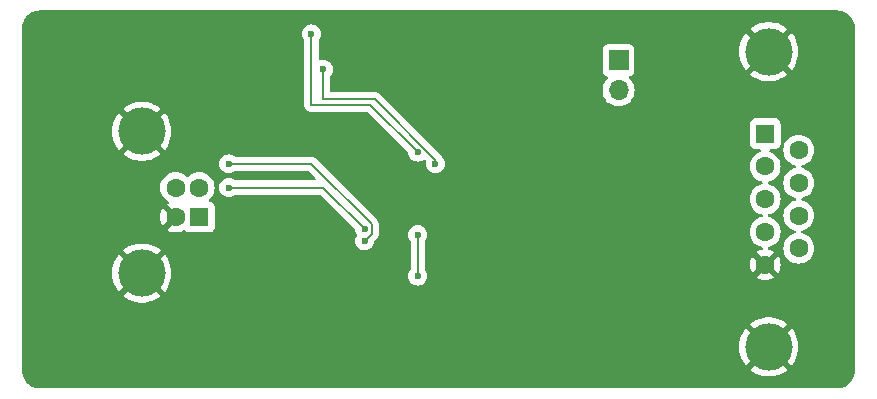
<source format=gbr>
%TF.GenerationSoftware,KiCad,Pcbnew,8.0.0*%
%TF.CreationDate,2024-03-20T19:58:24+09:00*%
%TF.ProjectId,USB-to-RS485-Converter-Small,5553422d-746f-42d5-9253-3438352d436f,1.0*%
%TF.SameCoordinates,Original*%
%TF.FileFunction,Copper,L4,Bot*%
%TF.FilePolarity,Positive*%
%FSLAX46Y46*%
G04 Gerber Fmt 4.6, Leading zero omitted, Abs format (unit mm)*
G04 Created by KiCad (PCBNEW 8.0.0) date 2024-03-20 19:58:24*
%MOMM*%
%LPD*%
G01*
G04 APERTURE LIST*
%TA.AperFunction,ComponentPad*%
%ADD10R,1.600000X1.600000*%
%TD*%
%TA.AperFunction,ComponentPad*%
%ADD11C,1.600000*%
%TD*%
%TA.AperFunction,ComponentPad*%
%ADD12C,4.000000*%
%TD*%
%TA.AperFunction,ComponentPad*%
%ADD13R,1.700000X1.700000*%
%TD*%
%TA.AperFunction,ComponentPad*%
%ADD14O,1.700000X1.700000*%
%TD*%
%TA.AperFunction,ViaPad*%
%ADD15C,0.600000*%
%TD*%
%TA.AperFunction,Conductor*%
%ADD16C,0.200000*%
%TD*%
G04 APERTURE END LIST*
D10*
%TO.P,J2,1,VBUS*%
%TO.N,/VCC*%
X124187500Y-102087500D03*
D11*
%TO.P,J2,2,D-*%
%TO.N,Net-(J2-D-)*%
X124187500Y-99587500D03*
%TO.P,J2,3,D+*%
%TO.N,Net-(J2-D+)*%
X122187500Y-99587500D03*
%TO.P,J2,4,GND*%
%TO.N,/GND*%
X122187500Y-102087500D03*
D12*
%TO.P,J2,5,Shield*%
X119327500Y-106837500D03*
X119327500Y-94837500D03*
%TD*%
D13*
%TO.P,J1,1,Pin_1*%
%TO.N,Net-(J1-Pin_1)*%
X159687500Y-88812500D03*
D14*
%TO.P,J1,2,Pin_2*%
%TO.N,Net-(J1-Pin_2)*%
X159687500Y-91352500D03*
%TD*%
D12*
%TO.P,J3,0,PAD*%
%TO.N,/GND*%
X172407169Y-113077500D03*
X172407169Y-88077500D03*
D10*
%TO.P,J3,1,1*%
%TO.N,unconnected-(J3-Pad1)*%
X172107169Y-95037500D03*
D11*
%TO.P,J3,2,2*%
%TO.N,unconnected-(J3-Pad2)*%
X172107169Y-97807500D03*
%TO.P,J3,3,3*%
%TO.N,Net-(J1-Pin_1)*%
X172107169Y-100577500D03*
%TO.P,J3,4,4*%
%TO.N,unconnected-(J3-Pad4)*%
X172107169Y-103347500D03*
%TO.P,J3,5,5*%
%TO.N,/GND*%
X172107169Y-106117500D03*
%TO.P,J3,6,6*%
%TO.N,unconnected-(J3-Pad6)*%
X174947169Y-96422500D03*
%TO.P,J3,7,7*%
%TO.N,Net-(D1-Pad1)*%
X174947169Y-99192500D03*
%TO.P,J3,8,8*%
%TO.N,unconnected-(J3-Pad8)*%
X174947169Y-101962500D03*
%TO.P,J3,9,9*%
%TO.N,unconnected-(J3-Pad9)*%
X174947169Y-104732500D03*
%TD*%
D15*
%TO.N,/GND*%
X148687500Y-96087500D03*
X162687500Y-100087500D03*
X158187500Y-93587500D03*
X138687500Y-98587500D03*
X158187500Y-95587500D03*
X144187500Y-99087500D03*
X138687500Y-99587500D03*
X158687500Y-100087500D03*
X145187500Y-99087500D03*
X158187500Y-94587500D03*
X158687500Y-101087500D03*
X162687500Y-101087500D03*
X148687500Y-97087500D03*
%TO.N,Net-(U1-3V3OUT)*%
X142687500Y-103587500D03*
X142687500Y-107087500D03*
%TO.N,{slash}TXLED*%
X142687500Y-96587500D03*
X133687500Y-86587500D03*
%TO.N,{slash}RXLED*%
X144187500Y-97587500D03*
X134687500Y-89587500D03*
%TO.N,Net-(J2-D+)*%
X126687500Y-97587500D03*
X138187500Y-104087500D03*
%TO.N,Net-(J2-D-)*%
X138187500Y-103087500D03*
X126687500Y-99587500D03*
%TD*%
D16*
%TO.N,Net-(U1-3V3OUT)*%
X142687500Y-103587500D02*
X142687500Y-107087500D01*
%TO.N,{slash}TXLED*%
X133687500Y-92587500D02*
X133687500Y-86587500D01*
X138687500Y-92587500D02*
X133687500Y-92587500D01*
X142687500Y-96587500D02*
X138687500Y-92587500D01*
%TO.N,{slash}RXLED*%
X134687500Y-92087500D02*
X134687500Y-91587500D01*
X139036029Y-92087500D02*
X134687500Y-92087500D01*
X144187500Y-97587500D02*
X144187500Y-97238971D01*
X144187500Y-97238971D02*
X139036029Y-92087500D01*
X134687500Y-91587500D02*
X134687500Y-89587500D01*
%TO.N,Net-(J2-D+)*%
X138187500Y-104087500D02*
X138787500Y-103487500D01*
X138787500Y-103487500D02*
X138787500Y-102687500D01*
X138787500Y-102687500D02*
X133687500Y-97587500D01*
X133687500Y-97587500D02*
X126687500Y-97587500D01*
%TO.N,Net-(J2-D-)*%
X138187500Y-103087500D02*
X134687500Y-99587500D01*
X134687500Y-99587500D02*
X126687500Y-99587500D01*
%TD*%
%TA.AperFunction,Conductor*%
%TO.N,/GND*%
G36*
X178191918Y-84588316D02*
G01*
X178392061Y-84602630D01*
X178409563Y-84605147D01*
X178601297Y-84646855D01*
X178618255Y-84651834D01*
X178802109Y-84720409D01*
X178818201Y-84727759D01*
X178990404Y-84821788D01*
X179005284Y-84831349D01*
X179162367Y-84948941D01*
X179175737Y-84960527D01*
X179314472Y-85099262D01*
X179326058Y-85112632D01*
X179443646Y-85269710D01*
X179453211Y-85284595D01*
X179547240Y-85456798D01*
X179554590Y-85472890D01*
X179623162Y-85656736D01*
X179628146Y-85673712D01*
X179669851Y-85865431D01*
X179672369Y-85882942D01*
X179686684Y-86083080D01*
X179687000Y-86091927D01*
X179687000Y-115083072D01*
X179686684Y-115091919D01*
X179672369Y-115292057D01*
X179669851Y-115309568D01*
X179628146Y-115501287D01*
X179623162Y-115518263D01*
X179554590Y-115702109D01*
X179547240Y-115718201D01*
X179453211Y-115890404D01*
X179443646Y-115905289D01*
X179326058Y-116062367D01*
X179314472Y-116075737D01*
X179175737Y-116214472D01*
X179162367Y-116226058D01*
X179005289Y-116343646D01*
X178990404Y-116353211D01*
X178818201Y-116447240D01*
X178802109Y-116454590D01*
X178618263Y-116523162D01*
X178601287Y-116528146D01*
X178409568Y-116569851D01*
X178392057Y-116572369D01*
X178211279Y-116585299D01*
X178191917Y-116586684D01*
X178183072Y-116587000D01*
X110691928Y-116587000D01*
X110683082Y-116586684D01*
X110661122Y-116585113D01*
X110482942Y-116572369D01*
X110465431Y-116569851D01*
X110273712Y-116528146D01*
X110256736Y-116523162D01*
X110072890Y-116454590D01*
X110056798Y-116447240D01*
X109884595Y-116353211D01*
X109869710Y-116343646D01*
X109712632Y-116226058D01*
X109699262Y-116214472D01*
X109560527Y-116075737D01*
X109548941Y-116062367D01*
X109431349Y-115905284D01*
X109421788Y-115890404D01*
X109327759Y-115718201D01*
X109320409Y-115702109D01*
X109273932Y-115577500D01*
X109251834Y-115518255D01*
X109246855Y-115501297D01*
X109205147Y-115309563D01*
X109202630Y-115292056D01*
X109195509Y-115192496D01*
X109188316Y-115091918D01*
X109188000Y-115083072D01*
X109188000Y-113077505D01*
X169902226Y-113077505D01*
X169921976Y-113391442D01*
X169921977Y-113391449D01*
X169980924Y-113700458D01*
X170078132Y-113999632D01*
X170078134Y-113999637D01*
X170212069Y-114284261D01*
X170212072Y-114284267D01*
X170380626Y-114549867D01*
X170380629Y-114549871D01*
X170471455Y-114659660D01*
X171112917Y-114018198D01*
X171186757Y-114119830D01*
X171364839Y-114297912D01*
X171466469Y-114371750D01*
X170822140Y-115016079D01*
X170822141Y-115016081D01*
X171064941Y-115192485D01*
X171064959Y-115192496D01*
X171340616Y-115344040D01*
X171340624Y-115344044D01*
X171633095Y-115459840D01*
X171937789Y-115538073D01*
X171937798Y-115538075D01*
X172249870Y-115577499D01*
X172249884Y-115577500D01*
X172564454Y-115577500D01*
X172564467Y-115577499D01*
X172876539Y-115538075D01*
X172876548Y-115538073D01*
X173181242Y-115459840D01*
X173473713Y-115344044D01*
X173473721Y-115344040D01*
X173749378Y-115192496D01*
X173749388Y-115192490D01*
X173992195Y-115016079D01*
X173992196Y-115016079D01*
X173347867Y-114371751D01*
X173449499Y-114297912D01*
X173627581Y-114119830D01*
X173701420Y-114018199D01*
X174342881Y-114659660D01*
X174433713Y-114549864D01*
X174602265Y-114284267D01*
X174602268Y-114284261D01*
X174736203Y-113999637D01*
X174736205Y-113999632D01*
X174833413Y-113700458D01*
X174892360Y-113391449D01*
X174892361Y-113391442D01*
X174912112Y-113077505D01*
X174912112Y-113077494D01*
X174892361Y-112763557D01*
X174892360Y-112763550D01*
X174833413Y-112454541D01*
X174736205Y-112155367D01*
X174736203Y-112155362D01*
X174602268Y-111870738D01*
X174602265Y-111870732D01*
X174433711Y-111605132D01*
X174433708Y-111605128D01*
X174342881Y-111495338D01*
X173701419Y-112136800D01*
X173627581Y-112035170D01*
X173449499Y-111857088D01*
X173347867Y-111783248D01*
X173992196Y-111138919D01*
X173992195Y-111138917D01*
X173749396Y-110962514D01*
X173749378Y-110962503D01*
X173473721Y-110810959D01*
X173473713Y-110810955D01*
X173181242Y-110695159D01*
X172876548Y-110616926D01*
X172876539Y-110616924D01*
X172564467Y-110577500D01*
X172249870Y-110577500D01*
X171937798Y-110616924D01*
X171937789Y-110616926D01*
X171633095Y-110695159D01*
X171340624Y-110810955D01*
X171340616Y-110810959D01*
X171064956Y-110962504D01*
X171064951Y-110962507D01*
X170822141Y-111138918D01*
X170822140Y-111138919D01*
X171466470Y-111783248D01*
X171364839Y-111857088D01*
X171186757Y-112035170D01*
X171112917Y-112136800D01*
X170471455Y-111495338D01*
X170471454Y-111495338D01*
X170380628Y-111605129D01*
X170380626Y-111605132D01*
X170212072Y-111870732D01*
X170212069Y-111870738D01*
X170078134Y-112155362D01*
X170078132Y-112155367D01*
X169980924Y-112454541D01*
X169921977Y-112763550D01*
X169921976Y-112763557D01*
X169902226Y-113077494D01*
X169902226Y-113077505D01*
X109188000Y-113077505D01*
X109188000Y-106837505D01*
X116822557Y-106837505D01*
X116842307Y-107151442D01*
X116842308Y-107151449D01*
X116901255Y-107460458D01*
X116998463Y-107759632D01*
X116998465Y-107759637D01*
X117132400Y-108044261D01*
X117132403Y-108044267D01*
X117300957Y-108309867D01*
X117300960Y-108309871D01*
X117391786Y-108419660D01*
X118355413Y-107456033D01*
X118450329Y-107586675D01*
X118578325Y-107714671D01*
X118708965Y-107809586D01*
X117742471Y-108776079D01*
X117742472Y-108776081D01*
X117985272Y-108952485D01*
X117985290Y-108952496D01*
X118260947Y-109104040D01*
X118260955Y-109104044D01*
X118553426Y-109219840D01*
X118858120Y-109298073D01*
X118858129Y-109298075D01*
X119170201Y-109337499D01*
X119170215Y-109337500D01*
X119484785Y-109337500D01*
X119484798Y-109337499D01*
X119796870Y-109298075D01*
X119796879Y-109298073D01*
X120101573Y-109219840D01*
X120394044Y-109104044D01*
X120394052Y-109104040D01*
X120669709Y-108952496D01*
X120669719Y-108952490D01*
X120912526Y-108776079D01*
X120912527Y-108776079D01*
X119946033Y-107809586D01*
X120076675Y-107714671D01*
X120204671Y-107586675D01*
X120299586Y-107456034D01*
X121263212Y-108419660D01*
X121354044Y-108309864D01*
X121522596Y-108044267D01*
X121522599Y-108044261D01*
X121656534Y-107759637D01*
X121656536Y-107759632D01*
X121753744Y-107460458D01*
X121812691Y-107151449D01*
X121812692Y-107151442D01*
X121816715Y-107087503D01*
X141881935Y-107087503D01*
X141902130Y-107266749D01*
X141902131Y-107266754D01*
X141961711Y-107437023D01*
X142055744Y-107586675D01*
X142057684Y-107589762D01*
X142185238Y-107717316D01*
X142337978Y-107813289D01*
X142508245Y-107872868D01*
X142508250Y-107872869D01*
X142687496Y-107893065D01*
X142687500Y-107893065D01*
X142687504Y-107893065D01*
X142866749Y-107872869D01*
X142866752Y-107872868D01*
X142866755Y-107872868D01*
X143037022Y-107813289D01*
X143189762Y-107717316D01*
X143317316Y-107589762D01*
X143413289Y-107437022D01*
X143472868Y-107266755D01*
X143480781Y-107196524D01*
X143493065Y-107087503D01*
X143493065Y-107087496D01*
X143472869Y-106908250D01*
X143472868Y-106908245D01*
X143448115Y-106837505D01*
X143413289Y-106737978D01*
X143317316Y-106585238D01*
X143317314Y-106585236D01*
X143317313Y-106585234D01*
X143315050Y-106582396D01*
X143314159Y-106580215D01*
X143313611Y-106579342D01*
X143313764Y-106579245D01*
X143288644Y-106517709D01*
X143288000Y-106505087D01*
X143288000Y-104169912D01*
X143307685Y-104102873D01*
X143315055Y-104092597D01*
X143317310Y-104089767D01*
X143317316Y-104089762D01*
X143413289Y-103937022D01*
X143472868Y-103766755D01*
X143475396Y-103744318D01*
X143493065Y-103587503D01*
X143493065Y-103587496D01*
X143472869Y-103408250D01*
X143472868Y-103408245D01*
X143451613Y-103347501D01*
X170801701Y-103347501D01*
X170821533Y-103574186D01*
X170821535Y-103574197D01*
X170880427Y-103793988D01*
X170880430Y-103793997D01*
X170976600Y-104000232D01*
X170976601Y-104000234D01*
X171107123Y-104186641D01*
X171268027Y-104347545D01*
X171268030Y-104347547D01*
X171454435Y-104478068D01*
X171660673Y-104574239D01*
X171805271Y-104612983D01*
X171864930Y-104649348D01*
X171895460Y-104712194D01*
X171887166Y-104781570D01*
X171842681Y-104835448D01*
X171805271Y-104852533D01*
X171660849Y-104891231D01*
X171660842Y-104891234D01*
X171454685Y-104987366D01*
X171454681Y-104987368D01*
X171381695Y-105038473D01*
X171381695Y-105038474D01*
X171977759Y-105634537D01*
X171914176Y-105651575D01*
X171800162Y-105717401D01*
X171707070Y-105810493D01*
X171641244Y-105924507D01*
X171624206Y-105988089D01*
X171028143Y-105392026D01*
X171028142Y-105392026D01*
X170977037Y-105465012D01*
X170977035Y-105465016D01*
X170880903Y-105671173D01*
X170880899Y-105671182D01*
X170822029Y-105890889D01*
X170822027Y-105890900D01*
X170802203Y-106117497D01*
X170802203Y-106117502D01*
X170822027Y-106344099D01*
X170822029Y-106344110D01*
X170880899Y-106563817D01*
X170880904Y-106563831D01*
X170977032Y-106769978D01*
X171028143Y-106842972D01*
X171624206Y-106246909D01*
X171641244Y-106310493D01*
X171707070Y-106424507D01*
X171800162Y-106517599D01*
X171914176Y-106583425D01*
X171977759Y-106600462D01*
X171381695Y-107196525D01*
X171454682Y-107247632D01*
X171454690Y-107247636D01*
X171660837Y-107343764D01*
X171660851Y-107343769D01*
X171880558Y-107402639D01*
X171880569Y-107402641D01*
X172107167Y-107422466D01*
X172107171Y-107422466D01*
X172333768Y-107402641D01*
X172333779Y-107402639D01*
X172553486Y-107343769D01*
X172553500Y-107343764D01*
X172759647Y-107247636D01*
X172832640Y-107196524D01*
X172236578Y-106600462D01*
X172300162Y-106583425D01*
X172414176Y-106517599D01*
X172507268Y-106424507D01*
X172573094Y-106310493D01*
X172590131Y-106246909D01*
X173186193Y-106842971D01*
X173237305Y-106769978D01*
X173333433Y-106563831D01*
X173333438Y-106563817D01*
X173392308Y-106344110D01*
X173392310Y-106344099D01*
X173412135Y-106117502D01*
X173412135Y-106117497D01*
X173392310Y-105890900D01*
X173392308Y-105890889D01*
X173333438Y-105671182D01*
X173333433Y-105671168D01*
X173237305Y-105465021D01*
X173237301Y-105465013D01*
X173186194Y-105392026D01*
X172590131Y-105988089D01*
X172573094Y-105924507D01*
X172507268Y-105810493D01*
X172414176Y-105717401D01*
X172300162Y-105651575D01*
X172236579Y-105634537D01*
X172832641Y-105038474D01*
X172759647Y-104987363D01*
X172553500Y-104891235D01*
X172553488Y-104891231D01*
X172409066Y-104852533D01*
X172349406Y-104816168D01*
X172318877Y-104753321D01*
X172321366Y-104732501D01*
X173641701Y-104732501D01*
X173661533Y-104959186D01*
X173661535Y-104959197D01*
X173720427Y-105178988D01*
X173720430Y-105178997D01*
X173816600Y-105385232D01*
X173816601Y-105385234D01*
X173947123Y-105571641D01*
X174108027Y-105732545D01*
X174108030Y-105732547D01*
X174294435Y-105863068D01*
X174500673Y-105959239D01*
X174720477Y-106018135D01*
X174882399Y-106032301D01*
X174947167Y-106037968D01*
X174947169Y-106037968D01*
X174947171Y-106037968D01*
X175003842Y-106033009D01*
X175173861Y-106018135D01*
X175393665Y-105959239D01*
X175599903Y-105863068D01*
X175786308Y-105732547D01*
X175947216Y-105571639D01*
X176077737Y-105385234D01*
X176173908Y-105178996D01*
X176232804Y-104959192D01*
X176252637Y-104732500D01*
X176251762Y-104722504D01*
X176243675Y-104630067D01*
X176232804Y-104505808D01*
X176173908Y-104286004D01*
X176077737Y-104079766D01*
X175947216Y-103893361D01*
X175947214Y-103893358D01*
X175786310Y-103732454D01*
X175599903Y-103601932D01*
X175599901Y-103601931D01*
X175393666Y-103505761D01*
X175393657Y-103505758D01*
X175271135Y-103472929D01*
X175250031Y-103467274D01*
X175190371Y-103430910D01*
X175159842Y-103368063D01*
X175168137Y-103298688D01*
X175212622Y-103244810D01*
X175250031Y-103227725D01*
X175393665Y-103189239D01*
X175599903Y-103093068D01*
X175786308Y-102962547D01*
X175947216Y-102801639D01*
X176077737Y-102615234D01*
X176173908Y-102408996D01*
X176232804Y-102189192D01*
X176252637Y-101962500D01*
X176248366Y-101913688D01*
X176232804Y-101735813D01*
X176232804Y-101735808D01*
X176173908Y-101516004D01*
X176077737Y-101309766D01*
X175947216Y-101123361D01*
X175947214Y-101123358D01*
X175786310Y-100962454D01*
X175599903Y-100831932D01*
X175599901Y-100831931D01*
X175393666Y-100735761D01*
X175393657Y-100735758D01*
X175271135Y-100702929D01*
X175250031Y-100697274D01*
X175190371Y-100660910D01*
X175159842Y-100598063D01*
X175168137Y-100528688D01*
X175212622Y-100474810D01*
X175250031Y-100457725D01*
X175393665Y-100419239D01*
X175599903Y-100323068D01*
X175786308Y-100192547D01*
X175947216Y-100031639D01*
X176077737Y-99845234D01*
X176173908Y-99638996D01*
X176232804Y-99419192D01*
X176252637Y-99192500D01*
X176248366Y-99143688D01*
X176234630Y-98986684D01*
X176232804Y-98965808D01*
X176173908Y-98746004D01*
X176077737Y-98539766D01*
X175960875Y-98372868D01*
X175947214Y-98353358D01*
X175786310Y-98192454D01*
X175599903Y-98061932D01*
X175599901Y-98061931D01*
X175393666Y-97965761D01*
X175393657Y-97965758D01*
X175271135Y-97932929D01*
X175250031Y-97927274D01*
X175190371Y-97890910D01*
X175159842Y-97828063D01*
X175168137Y-97758688D01*
X175212622Y-97704810D01*
X175250031Y-97687725D01*
X175393665Y-97649239D01*
X175599903Y-97553068D01*
X175786308Y-97422547D01*
X175947216Y-97261639D01*
X176077737Y-97075234D01*
X176173908Y-96868996D01*
X176232804Y-96649192D01*
X176252637Y-96422500D01*
X176232804Y-96195808D01*
X176173908Y-95976004D01*
X176077737Y-95769766D01*
X175980008Y-95630193D01*
X175947214Y-95583358D01*
X175786310Y-95422454D01*
X175599903Y-95291932D01*
X175599901Y-95291931D01*
X175393666Y-95195761D01*
X175393657Y-95195758D01*
X175173866Y-95136866D01*
X175173862Y-95136865D01*
X175173861Y-95136865D01*
X175173860Y-95136864D01*
X175173855Y-95136864D01*
X174947171Y-95117032D01*
X174947167Y-95117032D01*
X174720482Y-95136864D01*
X174720471Y-95136866D01*
X174500680Y-95195758D01*
X174500671Y-95195761D01*
X174294436Y-95291931D01*
X174294434Y-95291932D01*
X174108027Y-95422454D01*
X173947123Y-95583358D01*
X173816601Y-95769765D01*
X173816600Y-95769767D01*
X173720430Y-95976002D01*
X173720427Y-95976011D01*
X173661535Y-96195802D01*
X173661533Y-96195813D01*
X173641701Y-96422498D01*
X173641701Y-96422501D01*
X173661533Y-96649186D01*
X173661535Y-96649197D01*
X173720427Y-96868988D01*
X173720430Y-96868997D01*
X173816600Y-97075232D01*
X173816601Y-97075234D01*
X173947123Y-97261641D01*
X174108027Y-97422545D01*
X174108030Y-97422547D01*
X174294435Y-97553068D01*
X174500673Y-97649239D01*
X174500678Y-97649240D01*
X174500680Y-97649241D01*
X174644305Y-97687725D01*
X174703966Y-97724090D01*
X174734495Y-97786937D01*
X174726200Y-97856312D01*
X174681715Y-97910190D01*
X174644305Y-97927275D01*
X174500680Y-97965758D01*
X174500671Y-97965761D01*
X174294436Y-98061931D01*
X174294434Y-98061932D01*
X174108027Y-98192454D01*
X173947123Y-98353358D01*
X173816601Y-98539765D01*
X173816600Y-98539767D01*
X173720430Y-98746002D01*
X173720427Y-98746011D01*
X173661535Y-98965802D01*
X173661533Y-98965813D01*
X173641701Y-99192498D01*
X173641701Y-99192501D01*
X173661533Y-99419186D01*
X173661535Y-99419197D01*
X173720427Y-99638988D01*
X173720430Y-99638997D01*
X173816600Y-99845232D01*
X173816601Y-99845234D01*
X173947123Y-100031641D01*
X174108027Y-100192545D01*
X174138113Y-100213611D01*
X174294435Y-100323068D01*
X174500673Y-100419239D01*
X174500678Y-100419240D01*
X174500680Y-100419241D01*
X174644305Y-100457725D01*
X174703966Y-100494090D01*
X174734495Y-100556937D01*
X174726200Y-100626312D01*
X174681715Y-100680190D01*
X174644305Y-100697275D01*
X174500680Y-100735758D01*
X174500671Y-100735761D01*
X174294436Y-100831931D01*
X174294434Y-100831932D01*
X174108027Y-100962454D01*
X173947123Y-101123358D01*
X173816601Y-101309765D01*
X173816600Y-101309767D01*
X173720430Y-101516002D01*
X173720427Y-101516011D01*
X173661535Y-101735802D01*
X173661533Y-101735813D01*
X173641701Y-101962498D01*
X173641701Y-101962501D01*
X173661533Y-102189186D01*
X173661535Y-102189197D01*
X173720427Y-102408988D01*
X173720430Y-102408997D01*
X173816600Y-102615232D01*
X173816601Y-102615234D01*
X173947123Y-102801641D01*
X174108027Y-102962545D01*
X174108030Y-102962547D01*
X174294435Y-103093068D01*
X174500673Y-103189239D01*
X174500678Y-103189240D01*
X174500680Y-103189241D01*
X174644305Y-103227725D01*
X174703966Y-103264090D01*
X174734495Y-103326937D01*
X174726200Y-103396312D01*
X174681715Y-103450190D01*
X174644305Y-103467275D01*
X174500680Y-103505758D01*
X174500671Y-103505761D01*
X174294436Y-103601931D01*
X174294434Y-103601932D01*
X174108027Y-103732454D01*
X173947123Y-103893358D01*
X173816601Y-104079765D01*
X173816600Y-104079767D01*
X173720430Y-104286002D01*
X173720427Y-104286011D01*
X173661535Y-104505802D01*
X173661533Y-104505813D01*
X173641701Y-104732498D01*
X173641701Y-104732501D01*
X172321366Y-104732501D01*
X172327172Y-104683945D01*
X172371657Y-104630067D01*
X172409063Y-104612984D01*
X172553665Y-104574239D01*
X172759903Y-104478068D01*
X172946308Y-104347547D01*
X173107216Y-104186639D01*
X173237737Y-104000234D01*
X173333908Y-103793996D01*
X173392804Y-103574192D01*
X173412637Y-103347500D01*
X173411219Y-103331297D01*
X173403944Y-103248135D01*
X173392804Y-103120808D01*
X173333908Y-102901004D01*
X173237737Y-102694766D01*
X173107216Y-102508361D01*
X173107214Y-102508358D01*
X172946310Y-102347454D01*
X172759903Y-102216932D01*
X172759901Y-102216931D01*
X172553666Y-102120761D01*
X172553657Y-102120758D01*
X172429521Y-102087497D01*
X172410031Y-102082274D01*
X172350371Y-102045910D01*
X172319842Y-101983063D01*
X172328137Y-101913688D01*
X172372622Y-101859810D01*
X172410031Y-101842725D01*
X172553665Y-101804239D01*
X172759903Y-101708068D01*
X172946308Y-101577547D01*
X173107216Y-101416639D01*
X173237737Y-101230234D01*
X173333908Y-101023996D01*
X173392804Y-100804192D01*
X173412637Y-100577500D01*
X173408366Y-100528688D01*
X173399442Y-100426686D01*
X173392804Y-100350808D01*
X173333908Y-100131004D01*
X173237737Y-99924766D01*
X173107216Y-99738361D01*
X173107214Y-99738358D01*
X172946310Y-99577454D01*
X172759903Y-99446932D01*
X172759901Y-99446931D01*
X172553666Y-99350761D01*
X172553657Y-99350758D01*
X172431135Y-99317929D01*
X172410031Y-99312274D01*
X172350371Y-99275910D01*
X172319842Y-99213063D01*
X172328137Y-99143688D01*
X172372622Y-99089810D01*
X172410031Y-99072725D01*
X172553665Y-99034239D01*
X172759903Y-98938068D01*
X172946308Y-98807547D01*
X173107216Y-98646639D01*
X173237737Y-98460234D01*
X173333908Y-98253996D01*
X173392804Y-98034192D01*
X173412637Y-97807500D01*
X173408366Y-97758688D01*
X173398791Y-97649238D01*
X173392804Y-97580808D01*
X173333908Y-97361004D01*
X173237737Y-97154766D01*
X173107216Y-96968361D01*
X173107214Y-96968358D01*
X172946310Y-96807454D01*
X172759903Y-96676932D01*
X172759901Y-96676931D01*
X172553666Y-96580761D01*
X172548571Y-96578907D01*
X172549328Y-96576825D01*
X172497786Y-96545408D01*
X172467257Y-96482561D01*
X172475552Y-96413186D01*
X172520038Y-96359308D01*
X172586590Y-96338034D01*
X172589521Y-96337999D01*
X172955041Y-96337999D01*
X173014652Y-96331591D01*
X173149500Y-96281296D01*
X173264715Y-96195046D01*
X173350965Y-96079831D01*
X173401260Y-95944983D01*
X173407669Y-95885373D01*
X173407668Y-94189628D01*
X173401260Y-94130017D01*
X173350965Y-93995169D01*
X173350964Y-93995168D01*
X173350962Y-93995164D01*
X173264716Y-93879955D01*
X173264713Y-93879952D01*
X173149504Y-93793706D01*
X173149497Y-93793702D01*
X173014651Y-93743408D01*
X173014652Y-93743408D01*
X172955052Y-93737001D01*
X172955050Y-93737000D01*
X172955042Y-93737000D01*
X172955033Y-93737000D01*
X171259298Y-93737000D01*
X171259292Y-93737001D01*
X171199685Y-93743408D01*
X171064840Y-93793702D01*
X171064833Y-93793706D01*
X170949624Y-93879952D01*
X170949621Y-93879955D01*
X170863375Y-93995164D01*
X170863371Y-93995171D01*
X170813077Y-94130017D01*
X170806670Y-94189616D01*
X170806670Y-94189623D01*
X170806669Y-94189635D01*
X170806669Y-95885370D01*
X170806670Y-95885376D01*
X170813077Y-95944983D01*
X170863371Y-96079828D01*
X170863375Y-96079835D01*
X170949621Y-96195044D01*
X170949624Y-96195047D01*
X171064833Y-96281293D01*
X171064840Y-96281297D01*
X171199686Y-96331591D01*
X171199685Y-96331591D01*
X171206613Y-96332335D01*
X171259296Y-96338000D01*
X171624797Y-96337999D01*
X171691834Y-96357683D01*
X171737589Y-96410487D01*
X171747533Y-96479646D01*
X171718508Y-96543201D01*
X171665232Y-96577439D01*
X171665767Y-96578907D01*
X171660671Y-96580761D01*
X171454436Y-96676931D01*
X171454434Y-96676932D01*
X171268027Y-96807454D01*
X171107123Y-96968358D01*
X170976601Y-97154765D01*
X170976600Y-97154767D01*
X170880430Y-97361002D01*
X170880427Y-97361011D01*
X170821535Y-97580802D01*
X170821533Y-97580813D01*
X170801701Y-97807498D01*
X170801701Y-97807501D01*
X170821533Y-98034186D01*
X170821535Y-98034197D01*
X170880427Y-98253988D01*
X170880430Y-98253997D01*
X170976600Y-98460232D01*
X170976601Y-98460234D01*
X171107123Y-98646641D01*
X171268027Y-98807545D01*
X171268030Y-98807547D01*
X171454435Y-98938068D01*
X171660673Y-99034239D01*
X171660678Y-99034240D01*
X171660680Y-99034241D01*
X171804305Y-99072725D01*
X171863966Y-99109090D01*
X171894495Y-99171937D01*
X171886200Y-99241312D01*
X171841715Y-99295190D01*
X171804305Y-99312275D01*
X171660680Y-99350758D01*
X171660671Y-99350761D01*
X171454436Y-99446931D01*
X171454434Y-99446932D01*
X171268027Y-99577454D01*
X171107123Y-99738358D01*
X170976601Y-99924765D01*
X170976600Y-99924767D01*
X170880430Y-100131002D01*
X170880427Y-100131011D01*
X170821535Y-100350802D01*
X170821533Y-100350813D01*
X170801701Y-100577498D01*
X170801701Y-100577501D01*
X170821533Y-100804186D01*
X170821535Y-100804197D01*
X170880427Y-101023988D01*
X170880430Y-101023997D01*
X170976600Y-101230232D01*
X170976601Y-101230234D01*
X171107123Y-101416641D01*
X171268027Y-101577545D01*
X171268030Y-101577547D01*
X171454435Y-101708068D01*
X171660673Y-101804239D01*
X171660678Y-101804240D01*
X171660680Y-101804241D01*
X171804305Y-101842725D01*
X171863966Y-101879090D01*
X171894495Y-101941937D01*
X171886200Y-102011312D01*
X171841715Y-102065190D01*
X171804305Y-102082275D01*
X171660680Y-102120758D01*
X171660671Y-102120761D01*
X171454436Y-102216931D01*
X171454434Y-102216932D01*
X171268027Y-102347454D01*
X171107123Y-102508358D01*
X170976601Y-102694765D01*
X170976600Y-102694767D01*
X170880430Y-102901002D01*
X170880427Y-102901011D01*
X170821535Y-103120802D01*
X170821533Y-103120813D01*
X170801701Y-103347498D01*
X170801701Y-103347501D01*
X143451613Y-103347501D01*
X143423783Y-103267968D01*
X143413289Y-103237978D01*
X143382665Y-103189241D01*
X143345338Y-103129835D01*
X143317316Y-103085238D01*
X143189762Y-102957684D01*
X143154270Y-102935383D01*
X143037023Y-102861711D01*
X142866754Y-102802131D01*
X142866749Y-102802130D01*
X142687504Y-102781935D01*
X142687496Y-102781935D01*
X142508250Y-102802130D01*
X142508245Y-102802131D01*
X142337976Y-102861711D01*
X142185237Y-102957684D01*
X142057684Y-103085237D01*
X141961711Y-103237976D01*
X141902131Y-103408245D01*
X141902130Y-103408250D01*
X141881935Y-103587496D01*
X141881935Y-103587503D01*
X141902130Y-103766749D01*
X141902131Y-103766754D01*
X141961711Y-103937023D01*
X142001430Y-104000234D01*
X142056260Y-104087496D01*
X142057685Y-104089763D01*
X142059945Y-104092597D01*
X142060834Y-104094775D01*
X142061389Y-104095658D01*
X142061234Y-104095755D01*
X142086355Y-104157283D01*
X142087000Y-104169912D01*
X142087000Y-106505087D01*
X142067315Y-106572126D01*
X142059950Y-106582396D01*
X142057686Y-106585234D01*
X141961711Y-106737976D01*
X141902131Y-106908245D01*
X141902130Y-106908250D01*
X141881935Y-107087496D01*
X141881935Y-107087503D01*
X121816715Y-107087503D01*
X121832443Y-106837505D01*
X121832443Y-106837494D01*
X121812692Y-106523557D01*
X121812691Y-106523550D01*
X121753744Y-106214541D01*
X121656536Y-105915367D01*
X121656534Y-105915362D01*
X121522599Y-105630738D01*
X121522596Y-105630732D01*
X121354042Y-105365132D01*
X121354039Y-105365128D01*
X121263212Y-105255338D01*
X120299585Y-106218965D01*
X120204671Y-106088325D01*
X120076675Y-105960329D01*
X119946033Y-105865413D01*
X120912527Y-104898919D01*
X120912526Y-104898917D01*
X120669727Y-104722514D01*
X120669709Y-104722503D01*
X120394052Y-104570959D01*
X120394044Y-104570955D01*
X120101573Y-104455159D01*
X119796879Y-104376926D01*
X119796870Y-104376924D01*
X119484798Y-104337500D01*
X119170201Y-104337500D01*
X118858129Y-104376924D01*
X118858120Y-104376926D01*
X118553426Y-104455159D01*
X118260955Y-104570955D01*
X118260947Y-104570959D01*
X117985287Y-104722504D01*
X117985282Y-104722507D01*
X117742472Y-104898918D01*
X117742471Y-104898919D01*
X118708966Y-105865413D01*
X118578325Y-105960329D01*
X118450329Y-106088325D01*
X118355413Y-106218965D01*
X117391786Y-105255338D01*
X117391785Y-105255338D01*
X117300959Y-105365129D01*
X117300957Y-105365132D01*
X117132403Y-105630732D01*
X117132400Y-105630738D01*
X116998465Y-105915362D01*
X116998463Y-105915367D01*
X116901255Y-106214541D01*
X116842308Y-106523550D01*
X116842307Y-106523557D01*
X116822557Y-106837494D01*
X116822557Y-106837505D01*
X109188000Y-106837505D01*
X109188000Y-99587501D01*
X120882032Y-99587501D01*
X120901864Y-99814186D01*
X120901866Y-99814197D01*
X120960758Y-100033988D01*
X120960761Y-100033997D01*
X121056931Y-100240232D01*
X121056932Y-100240234D01*
X121187454Y-100426641D01*
X121348358Y-100587545D01*
X121395193Y-100620339D01*
X121534766Y-100718068D01*
X121550475Y-100725393D01*
X121602914Y-100771564D01*
X121622067Y-100838757D01*
X121601852Y-100905638D01*
X121550479Y-100950156D01*
X121535014Y-100957367D01*
X121535012Y-100957368D01*
X121462026Y-101008473D01*
X121462026Y-101008474D01*
X122078502Y-101624949D01*
X122004157Y-101644870D01*
X121895843Y-101707405D01*
X121807405Y-101795843D01*
X121744870Y-101904157D01*
X121724949Y-101978501D01*
X121108474Y-101362026D01*
X121108473Y-101362026D01*
X121057368Y-101435012D01*
X121057366Y-101435016D01*
X120961234Y-101641173D01*
X120961230Y-101641182D01*
X120902360Y-101860889D01*
X120902358Y-101860900D01*
X120882534Y-102087497D01*
X120882534Y-102087502D01*
X120902358Y-102314099D01*
X120902360Y-102314110D01*
X120961230Y-102533817D01*
X120961235Y-102533831D01*
X121057363Y-102739978D01*
X121108474Y-102812972D01*
X121724949Y-102196497D01*
X121744870Y-102270843D01*
X121807405Y-102379157D01*
X121895843Y-102467595D01*
X122004157Y-102530130D01*
X122078500Y-102550050D01*
X121462026Y-103166525D01*
X121535013Y-103217632D01*
X121535021Y-103217636D01*
X121741168Y-103313764D01*
X121741182Y-103313769D01*
X121960889Y-103372639D01*
X121960900Y-103372641D01*
X122187498Y-103392466D01*
X122187502Y-103392466D01*
X122414099Y-103372641D01*
X122414110Y-103372639D01*
X122633817Y-103313769D01*
X122633826Y-103313765D01*
X122839981Y-103217634D01*
X122852753Y-103208691D01*
X122918959Y-103186362D01*
X122986727Y-103203370D01*
X123023144Y-103235949D01*
X123029954Y-103245046D01*
X123060574Y-103267968D01*
X123145164Y-103331293D01*
X123145171Y-103331297D01*
X123280017Y-103381591D01*
X123280016Y-103381591D01*
X123286944Y-103382335D01*
X123339627Y-103388000D01*
X125035372Y-103387999D01*
X125094983Y-103381591D01*
X125229831Y-103331296D01*
X125345046Y-103245046D01*
X125431296Y-103129831D01*
X125481591Y-102994983D01*
X125488000Y-102935373D01*
X125487999Y-101239628D01*
X125481591Y-101180017D01*
X125431296Y-101045169D01*
X125431295Y-101045168D01*
X125431293Y-101045164D01*
X125345047Y-100929955D01*
X125345044Y-100929952D01*
X125229835Y-100843706D01*
X125229828Y-100843702D01*
X125094983Y-100793408D01*
X125089579Y-100792132D01*
X125028863Y-100757560D01*
X124996476Y-100695649D01*
X125002702Y-100626058D01*
X125030410Y-100583775D01*
X125187547Y-100426639D01*
X125318068Y-100240234D01*
X125414239Y-100033996D01*
X125473135Y-99814192D01*
X125492968Y-99587503D01*
X125881935Y-99587503D01*
X125902130Y-99766749D01*
X125902131Y-99766754D01*
X125961711Y-99937023D01*
X126021163Y-100031639D01*
X126057684Y-100089762D01*
X126185238Y-100217316D01*
X126337978Y-100313289D01*
X126508245Y-100372868D01*
X126508250Y-100372869D01*
X126687496Y-100393065D01*
X126687500Y-100393065D01*
X126687504Y-100393065D01*
X126866749Y-100372869D01*
X126866752Y-100372868D01*
X126866755Y-100372868D01*
X127037022Y-100313289D01*
X127189762Y-100217316D01*
X127189767Y-100217310D01*
X127192597Y-100215055D01*
X127194775Y-100214165D01*
X127195658Y-100213611D01*
X127195755Y-100213765D01*
X127257283Y-100188645D01*
X127269912Y-100188000D01*
X134387403Y-100188000D01*
X134454442Y-100207685D01*
X134475084Y-100224319D01*
X137356798Y-103106033D01*
X137390283Y-103167356D01*
X137392337Y-103179830D01*
X137402130Y-103266749D01*
X137402131Y-103266754D01*
X137402132Y-103266755D01*
X137413306Y-103298688D01*
X137461711Y-103437023D01*
X137514809Y-103521529D01*
X137533809Y-103588766D01*
X137514809Y-103653471D01*
X137461709Y-103737979D01*
X137402133Y-103908237D01*
X137402130Y-103908250D01*
X137381935Y-104087496D01*
X137381935Y-104087503D01*
X137402130Y-104266749D01*
X137402131Y-104266754D01*
X137461711Y-104437023D01*
X137504928Y-104505802D01*
X137557684Y-104589762D01*
X137685238Y-104717316D01*
X137709405Y-104732501D01*
X137787497Y-104781570D01*
X137837978Y-104813289D01*
X137901305Y-104835448D01*
X138008245Y-104872868D01*
X138008250Y-104872869D01*
X138187496Y-104893065D01*
X138187500Y-104893065D01*
X138187504Y-104893065D01*
X138366749Y-104872869D01*
X138366752Y-104872868D01*
X138366755Y-104872868D01*
X138537022Y-104813289D01*
X138689762Y-104717316D01*
X138817316Y-104589762D01*
X138913289Y-104437022D01*
X138972868Y-104266755D01*
X138982661Y-104179829D01*
X139009726Y-104115418D01*
X139018190Y-104106043D01*
X139146006Y-103978228D01*
X139146011Y-103978224D01*
X139156214Y-103968020D01*
X139156216Y-103968020D01*
X139268020Y-103856216D01*
X139332624Y-103744318D01*
X139347077Y-103719285D01*
X139388000Y-103566557D01*
X139388000Y-103408443D01*
X139388000Y-102608443D01*
X139352192Y-102474804D01*
X139352192Y-102474803D01*
X139352192Y-102474802D01*
X139347078Y-102455718D01*
X139347077Y-102455716D01*
X139347077Y-102455715D01*
X139318139Y-102405595D01*
X139268020Y-102318784D01*
X139156216Y-102206980D01*
X139156215Y-102206979D01*
X139151885Y-102202649D01*
X139151874Y-102202639D01*
X134175090Y-97225855D01*
X134175088Y-97225852D01*
X134056217Y-97106981D01*
X134056209Y-97106975D01*
X133954436Y-97048217D01*
X133954434Y-97048216D01*
X133919290Y-97027925D01*
X133919289Y-97027924D01*
X133906763Y-97024567D01*
X133766557Y-96986999D01*
X133608443Y-96986999D01*
X133600847Y-96986999D01*
X133600831Y-96987000D01*
X127269912Y-96987000D01*
X127202873Y-96967315D01*
X127192597Y-96959945D01*
X127189763Y-96957685D01*
X127189762Y-96957684D01*
X127132996Y-96922015D01*
X127037023Y-96861711D01*
X126866754Y-96802131D01*
X126866749Y-96802130D01*
X126687504Y-96781935D01*
X126687496Y-96781935D01*
X126508250Y-96802130D01*
X126508245Y-96802131D01*
X126337976Y-96861711D01*
X126185237Y-96957684D01*
X126057684Y-97085237D01*
X125961711Y-97237976D01*
X125902131Y-97408245D01*
X125902130Y-97408250D01*
X125881935Y-97587496D01*
X125881935Y-97587503D01*
X125902130Y-97766749D01*
X125902131Y-97766754D01*
X125961711Y-97937023D01*
X126040197Y-98061932D01*
X126057684Y-98089762D01*
X126185238Y-98217316D01*
X126337978Y-98313289D01*
X126452489Y-98353358D01*
X126508245Y-98372868D01*
X126508250Y-98372869D01*
X126687496Y-98393065D01*
X126687500Y-98393065D01*
X126687504Y-98393065D01*
X126866749Y-98372869D01*
X126866752Y-98372868D01*
X126866755Y-98372868D01*
X127037022Y-98313289D01*
X127189762Y-98217316D01*
X127189767Y-98217310D01*
X127192597Y-98215055D01*
X127194775Y-98214165D01*
X127195658Y-98213611D01*
X127195755Y-98213765D01*
X127257283Y-98188645D01*
X127269912Y-98188000D01*
X133387403Y-98188000D01*
X133454442Y-98207685D01*
X133475084Y-98224319D01*
X134026084Y-98775319D01*
X134059569Y-98836642D01*
X134054585Y-98906334D01*
X134012713Y-98962267D01*
X133947249Y-98986684D01*
X133938403Y-98987000D01*
X127269912Y-98987000D01*
X127202873Y-98967315D01*
X127192597Y-98959945D01*
X127189763Y-98957685D01*
X127189762Y-98957684D01*
X127108039Y-98906334D01*
X127037023Y-98861711D01*
X126866754Y-98802131D01*
X126866749Y-98802130D01*
X126687504Y-98781935D01*
X126687496Y-98781935D01*
X126508250Y-98802130D01*
X126508245Y-98802131D01*
X126337976Y-98861711D01*
X126185237Y-98957684D01*
X126057684Y-99085237D01*
X125961711Y-99237976D01*
X125902131Y-99408245D01*
X125902130Y-99408250D01*
X125881935Y-99587496D01*
X125881935Y-99587503D01*
X125492968Y-99587503D01*
X125492968Y-99587500D01*
X125473135Y-99360808D01*
X125414239Y-99141004D01*
X125318068Y-98934766D01*
X125187547Y-98748361D01*
X125187545Y-98748358D01*
X125026641Y-98587454D01*
X124840234Y-98456932D01*
X124840232Y-98456931D01*
X124633997Y-98360761D01*
X124633988Y-98360758D01*
X124414197Y-98301866D01*
X124414193Y-98301865D01*
X124414192Y-98301865D01*
X124414191Y-98301864D01*
X124414186Y-98301864D01*
X124187502Y-98282032D01*
X124187498Y-98282032D01*
X123960813Y-98301864D01*
X123960802Y-98301866D01*
X123741011Y-98360758D01*
X123741002Y-98360761D01*
X123534767Y-98456931D01*
X123534765Y-98456932D01*
X123348358Y-98587454D01*
X123275181Y-98660632D01*
X123213858Y-98694117D01*
X123144166Y-98689133D01*
X123099819Y-98660632D01*
X123026641Y-98587454D01*
X122840234Y-98456932D01*
X122840232Y-98456931D01*
X122633997Y-98360761D01*
X122633988Y-98360758D01*
X122414197Y-98301866D01*
X122414193Y-98301865D01*
X122414192Y-98301865D01*
X122414191Y-98301864D01*
X122414186Y-98301864D01*
X122187502Y-98282032D01*
X122187498Y-98282032D01*
X121960813Y-98301864D01*
X121960802Y-98301866D01*
X121741011Y-98360758D01*
X121741002Y-98360761D01*
X121534767Y-98456931D01*
X121534765Y-98456932D01*
X121348358Y-98587454D01*
X121187454Y-98748358D01*
X121056932Y-98934765D01*
X121056931Y-98934767D01*
X120960761Y-99141002D01*
X120960758Y-99141011D01*
X120901866Y-99360802D01*
X120901864Y-99360813D01*
X120882032Y-99587498D01*
X120882032Y-99587501D01*
X109188000Y-99587501D01*
X109188000Y-94837505D01*
X116822557Y-94837505D01*
X116842307Y-95151442D01*
X116842308Y-95151449D01*
X116901255Y-95460458D01*
X116998463Y-95759632D01*
X116998465Y-95759637D01*
X117132400Y-96044261D01*
X117132403Y-96044267D01*
X117300957Y-96309867D01*
X117300960Y-96309871D01*
X117391786Y-96419660D01*
X118355413Y-95456033D01*
X118450329Y-95586675D01*
X118578325Y-95714671D01*
X118708965Y-95809586D01*
X117742471Y-96776079D01*
X117742472Y-96776081D01*
X117985272Y-96952485D01*
X117985290Y-96952496D01*
X118260947Y-97104040D01*
X118260955Y-97104044D01*
X118553426Y-97219840D01*
X118858120Y-97298073D01*
X118858129Y-97298075D01*
X119170201Y-97337499D01*
X119170215Y-97337500D01*
X119484785Y-97337500D01*
X119484798Y-97337499D01*
X119796870Y-97298075D01*
X119796879Y-97298073D01*
X120101573Y-97219840D01*
X120394044Y-97104044D01*
X120394052Y-97104040D01*
X120669709Y-96952496D01*
X120669719Y-96952490D01*
X120912526Y-96776079D01*
X120912527Y-96776079D01*
X119946033Y-95809586D01*
X120076675Y-95714671D01*
X120204671Y-95586675D01*
X120299586Y-95456034D01*
X121263212Y-96419660D01*
X121354044Y-96309864D01*
X121522596Y-96044267D01*
X121522599Y-96044261D01*
X121656534Y-95759637D01*
X121656536Y-95759632D01*
X121753744Y-95460458D01*
X121812691Y-95151449D01*
X121812692Y-95151442D01*
X121832443Y-94837505D01*
X121832443Y-94837494D01*
X121812692Y-94523557D01*
X121812691Y-94523550D01*
X121753744Y-94214541D01*
X121656536Y-93915367D01*
X121656534Y-93915362D01*
X121522599Y-93630738D01*
X121522596Y-93630732D01*
X121354042Y-93365132D01*
X121354039Y-93365128D01*
X121263212Y-93255338D01*
X120299585Y-94218965D01*
X120204671Y-94088325D01*
X120076675Y-93960329D01*
X119946033Y-93865413D01*
X120912527Y-92898919D01*
X120912526Y-92898917D01*
X120669727Y-92722514D01*
X120669709Y-92722503D01*
X120394052Y-92570959D01*
X120394044Y-92570955D01*
X120101573Y-92455159D01*
X119796879Y-92376926D01*
X119796870Y-92376924D01*
X119484798Y-92337500D01*
X119170201Y-92337500D01*
X118858129Y-92376924D01*
X118858120Y-92376926D01*
X118553426Y-92455159D01*
X118260955Y-92570955D01*
X118260947Y-92570959D01*
X117985287Y-92722504D01*
X117985282Y-92722507D01*
X117742472Y-92898918D01*
X117742471Y-92898919D01*
X118708966Y-93865413D01*
X118578325Y-93960329D01*
X118450329Y-94088325D01*
X118355413Y-94218965D01*
X117391786Y-93255338D01*
X117391785Y-93255338D01*
X117300959Y-93365129D01*
X117300957Y-93365132D01*
X117132403Y-93630732D01*
X117132400Y-93630738D01*
X116998465Y-93915362D01*
X116998463Y-93915367D01*
X116901255Y-94214541D01*
X116842308Y-94523550D01*
X116842307Y-94523557D01*
X116822557Y-94837494D01*
X116822557Y-94837505D01*
X109188000Y-94837505D01*
X109188000Y-86587503D01*
X132881935Y-86587503D01*
X132902130Y-86766749D01*
X132902131Y-86766754D01*
X132961711Y-86937023D01*
X133057685Y-87089763D01*
X133059945Y-87092597D01*
X133060834Y-87094775D01*
X133061389Y-87095658D01*
X133061234Y-87095755D01*
X133086355Y-87157283D01*
X133087000Y-87169912D01*
X133087000Y-92666556D01*
X133127923Y-92819283D01*
X133127926Y-92819290D01*
X133206975Y-92956209D01*
X133206979Y-92956214D01*
X133206980Y-92956216D01*
X133318784Y-93068020D01*
X133318786Y-93068021D01*
X133318790Y-93068024D01*
X133455709Y-93147073D01*
X133455716Y-93147077D01*
X133608443Y-93188000D01*
X138387403Y-93188000D01*
X138454442Y-93207685D01*
X138475084Y-93224319D01*
X141856798Y-96606033D01*
X141890283Y-96667356D01*
X141892337Y-96679830D01*
X141902130Y-96766749D01*
X141961710Y-96937021D01*
X142048554Y-97075232D01*
X142057684Y-97089762D01*
X142185238Y-97217316D01*
X142255778Y-97261639D01*
X142277146Y-97275066D01*
X142337978Y-97313289D01*
X142474334Y-97361002D01*
X142508245Y-97372868D01*
X142508250Y-97372869D01*
X142687496Y-97393065D01*
X142687500Y-97393065D01*
X142687504Y-97393065D01*
X142866749Y-97372869D01*
X142866752Y-97372868D01*
X142866755Y-97372868D01*
X143037022Y-97313289D01*
X143183933Y-97220978D01*
X143251168Y-97201978D01*
X143318003Y-97222345D01*
X143337585Y-97238291D01*
X143374360Y-97275066D01*
X143407845Y-97336389D01*
X143403724Y-97403692D01*
X143402131Y-97408242D01*
X143402131Y-97408246D01*
X143381935Y-97587496D01*
X143381935Y-97587503D01*
X143402130Y-97766749D01*
X143402131Y-97766754D01*
X143461711Y-97937023D01*
X143540197Y-98061932D01*
X143557684Y-98089762D01*
X143685238Y-98217316D01*
X143837978Y-98313289D01*
X143952489Y-98353358D01*
X144008245Y-98372868D01*
X144008250Y-98372869D01*
X144187496Y-98393065D01*
X144187500Y-98393065D01*
X144187504Y-98393065D01*
X144366749Y-98372869D01*
X144366752Y-98372868D01*
X144366755Y-98372868D01*
X144537022Y-98313289D01*
X144689762Y-98217316D01*
X144817316Y-98089762D01*
X144913289Y-97937022D01*
X144972868Y-97766755D01*
X144973777Y-97758688D01*
X144993065Y-97587503D01*
X144993065Y-97587496D01*
X144972869Y-97408250D01*
X144972868Y-97408245D01*
X144934317Y-97298073D01*
X144913289Y-97237978D01*
X144817316Y-97085238D01*
X144769293Y-97037215D01*
X144749586Y-97011533D01*
X144747077Y-97007188D01*
X144747077Y-97007186D01*
X144717649Y-96956216D01*
X144668020Y-96870255D01*
X144556216Y-96758451D01*
X144556215Y-96758450D01*
X144551885Y-96754120D01*
X144551874Y-96754110D01*
X139523619Y-91725855D01*
X139523617Y-91725852D01*
X139404746Y-91606981D01*
X139404745Y-91606980D01*
X139317933Y-91556860D01*
X139317933Y-91556859D01*
X139317929Y-91556858D01*
X139267814Y-91527923D01*
X139115086Y-91486999D01*
X138956972Y-91486999D01*
X138949376Y-91486999D01*
X138949360Y-91487000D01*
X135412000Y-91487000D01*
X135344961Y-91467315D01*
X135299206Y-91414511D01*
X135288000Y-91363000D01*
X135288000Y-91352500D01*
X158331841Y-91352500D01*
X158352436Y-91587903D01*
X158352438Y-91587913D01*
X158413594Y-91816155D01*
X158413596Y-91816159D01*
X158413597Y-91816163D01*
X158513465Y-92030330D01*
X158513467Y-92030334D01*
X158621781Y-92185021D01*
X158649005Y-92223901D01*
X158816099Y-92390995D01*
X158907735Y-92455159D01*
X159009665Y-92526532D01*
X159009667Y-92526533D01*
X159009670Y-92526535D01*
X159223837Y-92626403D01*
X159452092Y-92687563D01*
X159640418Y-92704039D01*
X159687499Y-92708159D01*
X159687500Y-92708159D01*
X159687501Y-92708159D01*
X159726734Y-92704726D01*
X159922908Y-92687563D01*
X160151163Y-92626403D01*
X160365330Y-92526535D01*
X160558901Y-92390995D01*
X160725995Y-92223901D01*
X160861535Y-92030330D01*
X160961403Y-91816163D01*
X161022563Y-91587908D01*
X161043159Y-91352500D01*
X161022563Y-91117092D01*
X160961403Y-90888837D01*
X160861535Y-90674671D01*
X160793495Y-90577500D01*
X160725996Y-90481100D01*
X160704736Y-90459840D01*
X160604067Y-90359171D01*
X160570584Y-90297851D01*
X160575568Y-90228159D01*
X160617439Y-90172225D01*
X160648415Y-90155310D01*
X160779831Y-90106296D01*
X160895046Y-90020046D01*
X160981296Y-89904831D01*
X161031591Y-89769983D01*
X161038000Y-89710373D01*
X161037999Y-88077505D01*
X169902226Y-88077505D01*
X169921976Y-88391442D01*
X169921977Y-88391449D01*
X169980924Y-88700458D01*
X170078132Y-88999632D01*
X170078134Y-88999637D01*
X170212069Y-89284261D01*
X170212072Y-89284267D01*
X170380626Y-89549867D01*
X170380629Y-89549871D01*
X170471455Y-89659660D01*
X171112917Y-89018198D01*
X171186757Y-89119830D01*
X171364839Y-89297912D01*
X171466469Y-89371750D01*
X170822140Y-90016079D01*
X170822141Y-90016081D01*
X171064941Y-90192485D01*
X171064959Y-90192496D01*
X171340616Y-90344040D01*
X171340624Y-90344044D01*
X171633095Y-90459840D01*
X171937789Y-90538073D01*
X171937798Y-90538075D01*
X172249870Y-90577499D01*
X172249884Y-90577500D01*
X172564454Y-90577500D01*
X172564467Y-90577499D01*
X172876539Y-90538075D01*
X172876548Y-90538073D01*
X173181242Y-90459840D01*
X173473713Y-90344044D01*
X173473721Y-90344040D01*
X173749378Y-90192496D01*
X173749388Y-90192490D01*
X173992195Y-90016079D01*
X173992196Y-90016079D01*
X173347867Y-89371751D01*
X173449499Y-89297912D01*
X173627581Y-89119830D01*
X173701420Y-89018199D01*
X174342881Y-89659660D01*
X174433713Y-89549864D01*
X174602265Y-89284267D01*
X174602268Y-89284261D01*
X174736203Y-88999637D01*
X174736205Y-88999632D01*
X174833413Y-88700458D01*
X174892360Y-88391449D01*
X174892361Y-88391442D01*
X174912112Y-88077505D01*
X174912112Y-88077494D01*
X174892361Y-87763557D01*
X174892360Y-87763550D01*
X174833413Y-87454541D01*
X174736205Y-87155367D01*
X174736203Y-87155362D01*
X174602268Y-86870738D01*
X174602265Y-86870732D01*
X174433711Y-86605132D01*
X174433708Y-86605128D01*
X174342881Y-86495338D01*
X173701419Y-87136800D01*
X173627581Y-87035170D01*
X173449499Y-86857088D01*
X173347867Y-86783248D01*
X173992196Y-86138919D01*
X173992195Y-86138917D01*
X173749396Y-85962514D01*
X173749378Y-85962503D01*
X173473721Y-85810959D01*
X173473713Y-85810955D01*
X173181242Y-85695159D01*
X172876548Y-85616926D01*
X172876539Y-85616924D01*
X172564467Y-85577500D01*
X172249870Y-85577500D01*
X171937798Y-85616924D01*
X171937789Y-85616926D01*
X171633095Y-85695159D01*
X171340624Y-85810955D01*
X171340616Y-85810959D01*
X171064956Y-85962504D01*
X171064951Y-85962507D01*
X170822141Y-86138918D01*
X170822140Y-86138919D01*
X171466470Y-86783248D01*
X171364839Y-86857088D01*
X171186757Y-87035170D01*
X171112917Y-87136800D01*
X170471455Y-86495338D01*
X170471454Y-86495338D01*
X170380628Y-86605129D01*
X170380626Y-86605132D01*
X170212072Y-86870732D01*
X170212069Y-86870738D01*
X170078134Y-87155362D01*
X170078132Y-87155367D01*
X169980924Y-87454541D01*
X169921977Y-87763550D01*
X169921976Y-87763557D01*
X169902226Y-88077494D01*
X169902226Y-88077505D01*
X161037999Y-88077505D01*
X161037999Y-87914628D01*
X161031591Y-87855017D01*
X160981296Y-87720169D01*
X160981295Y-87720168D01*
X160981293Y-87720164D01*
X160895047Y-87604955D01*
X160895044Y-87604952D01*
X160779835Y-87518706D01*
X160779828Y-87518702D01*
X160644982Y-87468408D01*
X160644983Y-87468408D01*
X160585383Y-87462001D01*
X160585381Y-87462000D01*
X160585373Y-87462000D01*
X160585364Y-87462000D01*
X158789629Y-87462000D01*
X158789623Y-87462001D01*
X158730016Y-87468408D01*
X158595171Y-87518702D01*
X158595164Y-87518706D01*
X158479955Y-87604952D01*
X158479952Y-87604955D01*
X158393706Y-87720164D01*
X158393702Y-87720171D01*
X158343408Y-87855017D01*
X158337001Y-87914616D01*
X158337001Y-87914623D01*
X158337000Y-87914635D01*
X158337000Y-89710370D01*
X158337001Y-89710376D01*
X158343408Y-89769983D01*
X158393702Y-89904828D01*
X158393706Y-89904835D01*
X158479952Y-90020044D01*
X158479955Y-90020047D01*
X158595164Y-90106293D01*
X158595171Y-90106297D01*
X158726581Y-90155310D01*
X158782515Y-90197181D01*
X158806932Y-90262645D01*
X158792080Y-90330918D01*
X158770930Y-90359173D01*
X158649003Y-90481100D01*
X158513465Y-90674669D01*
X158513464Y-90674671D01*
X158413598Y-90888835D01*
X158413594Y-90888844D01*
X158352438Y-91117086D01*
X158352436Y-91117096D01*
X158331841Y-91352499D01*
X158331841Y-91352500D01*
X135288000Y-91352500D01*
X135288000Y-90169912D01*
X135307685Y-90102873D01*
X135315055Y-90092597D01*
X135317310Y-90089767D01*
X135317316Y-90089762D01*
X135413289Y-89937022D01*
X135472868Y-89766755D01*
X135479220Y-89710383D01*
X135493065Y-89587503D01*
X135493065Y-89587496D01*
X135472869Y-89408250D01*
X135472868Y-89408245D01*
X135413288Y-89237976D01*
X135374082Y-89175580D01*
X135317316Y-89085238D01*
X135189762Y-88957684D01*
X135037023Y-88861711D01*
X134866754Y-88802131D01*
X134866749Y-88802130D01*
X134687504Y-88781935D01*
X134687496Y-88781935D01*
X134508250Y-88802130D01*
X134508239Y-88802133D01*
X134452953Y-88821478D01*
X134383174Y-88825039D01*
X134322547Y-88790309D01*
X134290321Y-88728316D01*
X134288000Y-88704436D01*
X134288000Y-87169912D01*
X134307685Y-87102873D01*
X134315055Y-87092597D01*
X134317310Y-87089767D01*
X134317316Y-87089762D01*
X134413289Y-86937022D01*
X134472868Y-86766755D01*
X134479369Y-86709057D01*
X134493065Y-86587503D01*
X134493065Y-86587496D01*
X134472869Y-86408250D01*
X134472868Y-86408245D01*
X134413288Y-86237976D01*
X134317315Y-86085237D01*
X134189762Y-85957684D01*
X134037023Y-85861711D01*
X133866754Y-85802131D01*
X133866749Y-85802130D01*
X133687504Y-85781935D01*
X133687496Y-85781935D01*
X133508250Y-85802130D01*
X133508245Y-85802131D01*
X133337976Y-85861711D01*
X133185237Y-85957684D01*
X133057684Y-86085237D01*
X132961711Y-86237976D01*
X132902131Y-86408245D01*
X132902130Y-86408250D01*
X132881935Y-86587496D01*
X132881935Y-86587503D01*
X109188000Y-86587503D01*
X109188000Y-86091927D01*
X109188316Y-86083081D01*
X109196940Y-85962503D01*
X109202630Y-85882936D01*
X109205146Y-85865438D01*
X109246856Y-85673699D01*
X109251833Y-85656748D01*
X109320411Y-85472885D01*
X109327759Y-85456798D01*
X109390315Y-85342234D01*
X109421791Y-85284589D01*
X109431345Y-85269721D01*
X109548948Y-85112623D01*
X109560520Y-85099269D01*
X109699269Y-84960520D01*
X109712623Y-84948948D01*
X109869721Y-84831345D01*
X109884589Y-84821791D01*
X110056798Y-84727758D01*
X110072885Y-84720411D01*
X110256748Y-84651833D01*
X110273699Y-84646856D01*
X110465438Y-84605146D01*
X110482936Y-84602630D01*
X110683082Y-84588316D01*
X110691928Y-84588000D01*
X110753392Y-84588000D01*
X178121608Y-84588000D01*
X178183072Y-84588000D01*
X178191918Y-84588316D01*
G37*
%TD.AperFunction*%
%TD*%
M02*

</source>
